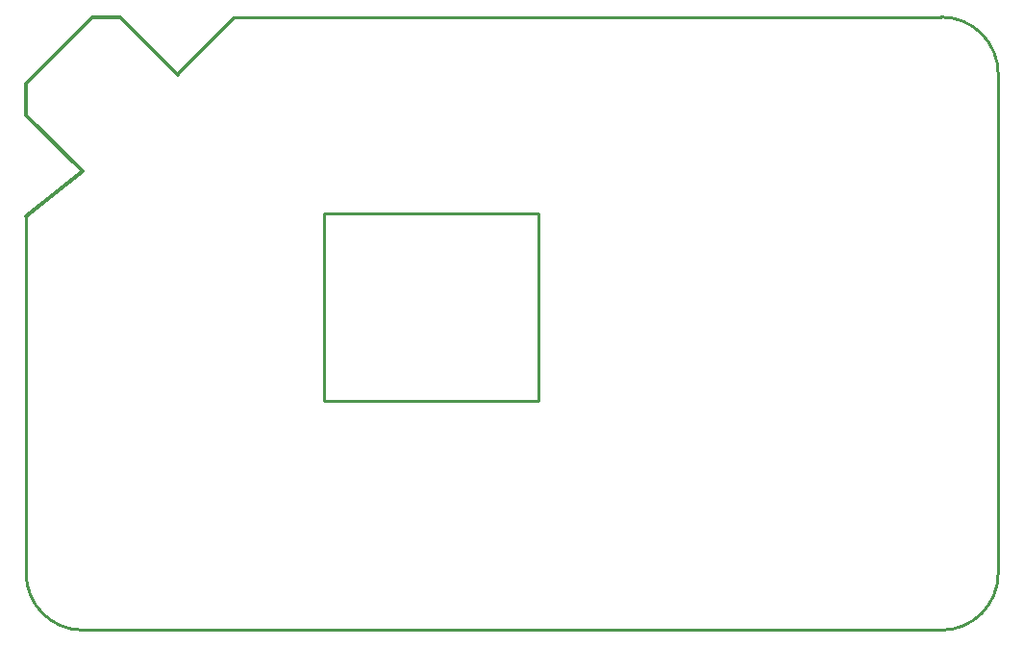
<source format=gko>
G04 Layer: BoardOutline*
G04 EasyEDA v6.3.53, 2020-06-27T20:36:22+08:00*
G04 98c1c5add3144ec4b26582b9c50f015c,0271aa7b776e406f8d319a2d24a91b4c,10*
G04 Gerber Generator version 0.2*
G04 Scale: 100 percent, Rotated: No, Reflected: No *
G04 Dimensions in millimeters *
G04 leading zeros omitted , absolute positions ,3 integer and 3 decimal *
%FSLAX33Y33*%
%MOMM*%
G90*
G71D02*

%ADD10C,0.299999*%
%ADD11C,0.254000*%
G54D10*
G01X4955Y40413D02*
G01X0Y45366D01*
G01X0Y48157D01*
G01X5842Y53999D01*
G01X8275Y53999D01*
G01X13408Y48866D01*
G54D11*
G01X18288Y53999D02*
G01X80588Y53999D01*
G54D10*
G01X13408Y48866D02*
G01X13408Y48993D01*
G01X18288Y53872D01*
G01X0Y36473D02*
G01X4953Y40410D01*
G54D11*
G01X0Y4999D02*
G01X0Y36457D01*
G01X80599Y0D02*
G01X5000Y0D01*
G01X85599Y49000D02*
G01X85599Y4999D01*
G01X26248Y20201D02*
G01X26248Y36701D01*
G01X26248Y36701D02*
G01X45087Y36701D01*
G01X45087Y36701D02*
G01X45087Y20201D01*
G01X45087Y20201D02*
G01X26248Y20201D01*
G75*
G01X5000Y0D02*
G02X0Y5000I0J5000D01*
G01*
G75*
G01X85600Y5000D02*
G02X80600Y0I-5000J0D01*
G01*
G75*
G01X80600Y54000D02*
G02X85600Y49000I0J-5000D01*
G01*

%LPD*%
M00*
M02*

</source>
